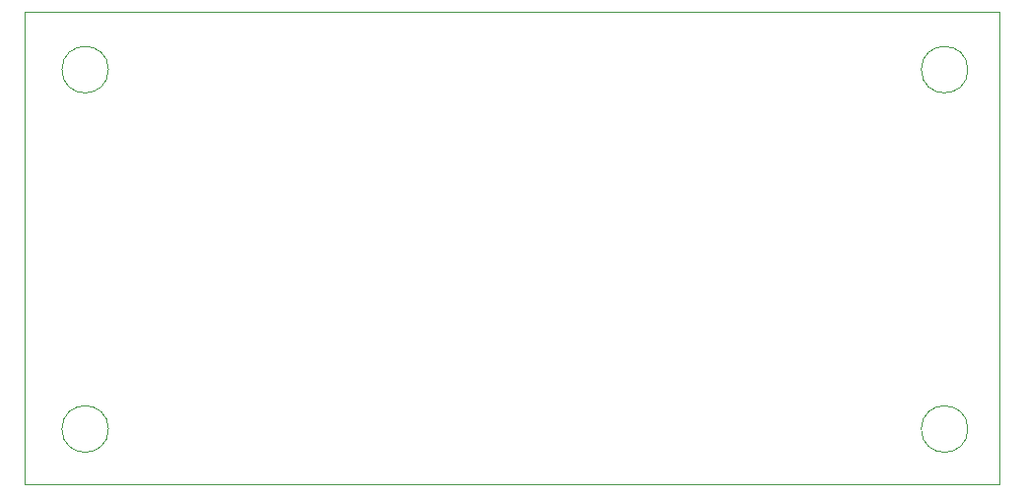
<source format=gbr>
G04 #@! TF.GenerationSoftware,KiCad,Pcbnew,9.0.7*
G04 #@! TF.CreationDate,2026-02-17T19:46:33+01:00*
G04 #@! TF.ProjectId,XR-2208,58522d32-3230-4382-9e6b-696361645f70,rev?*
G04 #@! TF.SameCoordinates,Original*
G04 #@! TF.FileFunction,Profile,NP*
%FSLAX46Y46*%
G04 Gerber Fmt 4.6, Leading zero omitted, Abs format (unit mm)*
G04 Created by KiCad (PCBNEW 9.0.7) date 2026-02-17 19:46:33*
%MOMM*%
%LPD*%
G01*
G04 APERTURE LIST*
G04 #@! TA.AperFunction,Profile*
%ADD10C,0.050000*%
G04 #@! TD*
G04 APERTURE END LIST*
D10*
X96100000Y-83740000D02*
G75*
G02*
X92100000Y-83740000I-2000000J0D01*
G01*
X92100000Y-83740000D02*
G75*
G02*
X96100000Y-83740000I2000000J0D01*
G01*
X170000000Y-83740000D02*
G75*
G02*
X166000000Y-83740000I-2000000J0D01*
G01*
X166000000Y-83740000D02*
G75*
G02*
X170000000Y-83740000I2000000J0D01*
G01*
X88900000Y-78740000D02*
X172720000Y-78740000D01*
X172720000Y-119380000D01*
X88900000Y-119380000D01*
X88900000Y-78740000D01*
X170000000Y-114660000D02*
G75*
G02*
X166000000Y-114660000I-2000000J0D01*
G01*
X166000000Y-114660000D02*
G75*
G02*
X170000000Y-114660000I2000000J0D01*
G01*
X96100000Y-114660000D02*
G75*
G02*
X92100000Y-114660000I-2000000J0D01*
G01*
X92100000Y-114660000D02*
G75*
G02*
X96100000Y-114660000I2000000J0D01*
G01*
M02*

</source>
